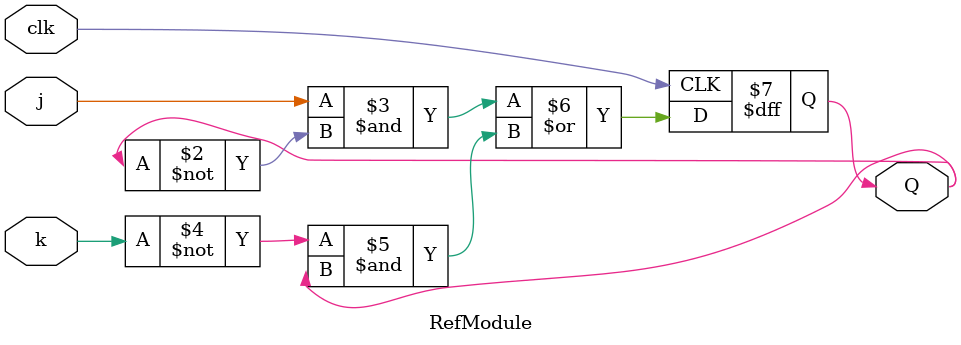
<source format=sv>

module RefModule (
  input clk,
  input j,
  input k,
  output reg Q
);

  always @(posedge clk)
    Q <= j&~Q | ~k&Q;

endmodule


</source>
